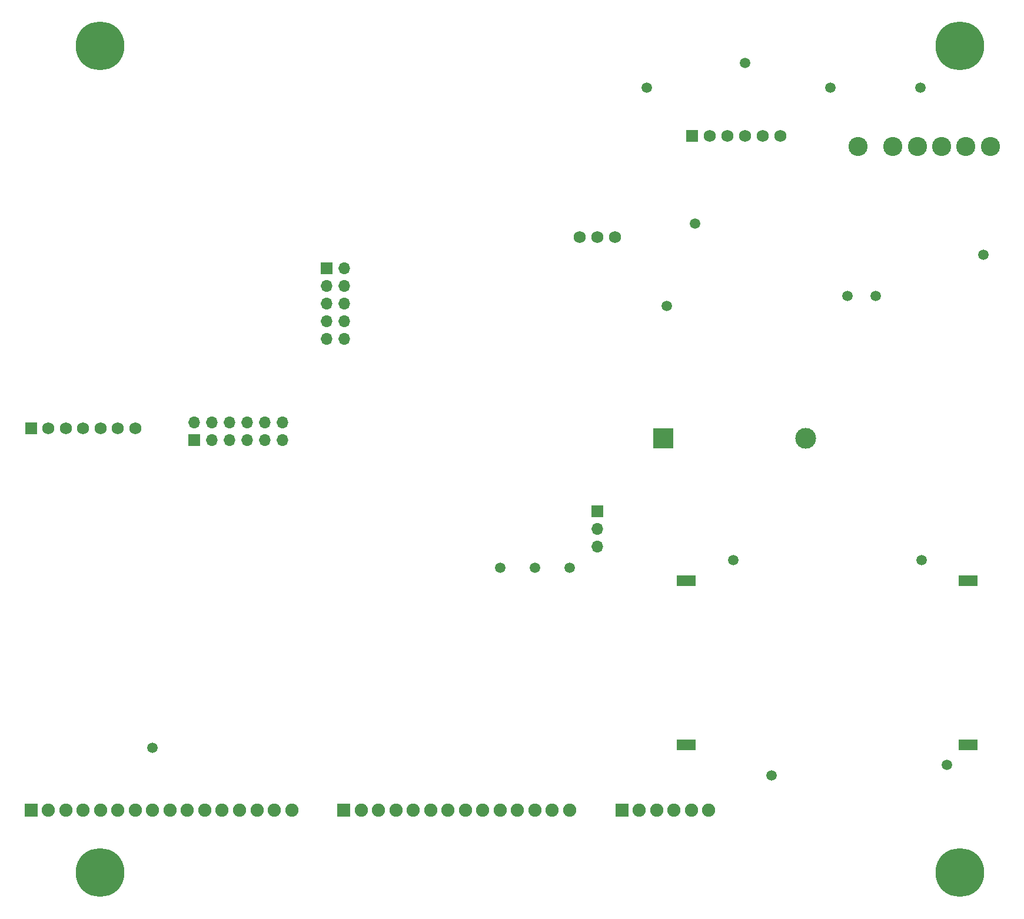
<source format=gbs>
%TF.GenerationSoftware,KiCad,Pcbnew,(5.1.7)-1*%
%TF.CreationDate,2022-01-04T17:07:26+01:00*%
%TF.ProjectId,synthesizer-board,73796e74-6865-4736-997a-65722d626f61,rev?*%
%TF.SameCoordinates,Original*%
%TF.FileFunction,Soldermask,Bot*%
%TF.FilePolarity,Negative*%
%FSLAX46Y46*%
G04 Gerber Fmt 4.6, Leading zero omitted, Abs format (unit mm)*
G04 Created by KiCad (PCBNEW (5.1.7)-1) date 2022-01-04 17:07:26*
%MOMM*%
%LPD*%
G01*
G04 APERTURE LIST*
%ADD10R,1.700000X1.700000*%
%ADD11O,1.700000X1.700000*%
%ADD12C,1.500000*%
%ADD13R,2.800000X1.500000*%
%ADD14R,1.750000X1.750000*%
%ADD15C,1.750000*%
%ADD16C,3.000000*%
%ADD17R,3.000000X3.000000*%
%ADD18C,1.900000*%
%ADD19R,1.900000X1.900000*%
%ADD20C,2.750000*%
%ADD21C,7.000000*%
G04 APERTURE END LIST*
D10*
X102500000Y-94750000D03*
D11*
X102500000Y-92210000D03*
X105040000Y-94750000D03*
X105040000Y-92210000D03*
X107580000Y-94750000D03*
X107580000Y-92210000D03*
X110120000Y-94750000D03*
X110120000Y-92210000D03*
X112660000Y-94750000D03*
X112660000Y-92210000D03*
X115200000Y-94750000D03*
X115200000Y-92210000D03*
D12*
X156500000Y-113125000D03*
X151500000Y-113125000D03*
X146500000Y-113125000D03*
X174500000Y-63550000D03*
X196500000Y-74000000D03*
X200500000Y-74000000D03*
X216000000Y-68100000D03*
X170500000Y-75450000D03*
X96500000Y-139000000D03*
X207000000Y-44000000D03*
X181770000Y-40500000D03*
X194000000Y-44050000D03*
X167610000Y-44050000D03*
X210750000Y-141500000D03*
X185500000Y-143000000D03*
X207100000Y-112000000D03*
X180000000Y-112000000D03*
D13*
X213850000Y-138600000D03*
X173250000Y-138600000D03*
X213850000Y-115000000D03*
X173250000Y-115000000D03*
D14*
X79000000Y-93000000D03*
D15*
X81500000Y-93000000D03*
X84000000Y-93000000D03*
X86500000Y-93000000D03*
X89000000Y-93000000D03*
X91500000Y-93000000D03*
X94000000Y-93000000D03*
D16*
X190490000Y-94500000D03*
D17*
X170000000Y-94500000D03*
D18*
X176500000Y-148000000D03*
X174000000Y-148000000D03*
X171500000Y-148000000D03*
X169000000Y-148000000D03*
X166500000Y-148000000D03*
D19*
X164000000Y-148000000D03*
D18*
X156500000Y-148000000D03*
X154000000Y-148000000D03*
X151500000Y-148000000D03*
X149000000Y-148000000D03*
X146500000Y-148000000D03*
X144000000Y-148000000D03*
X141500000Y-148000000D03*
X139000000Y-148000000D03*
X136500000Y-148000000D03*
X134000000Y-148000000D03*
X131500000Y-148000000D03*
X129000000Y-148000000D03*
X126500000Y-148000000D03*
D19*
X124000000Y-148000000D03*
D18*
X116500000Y-148000000D03*
X114000000Y-148000000D03*
X111500000Y-148000000D03*
X109000000Y-148000000D03*
X106500000Y-148000000D03*
X104000000Y-148000000D03*
X101500000Y-148000000D03*
X99000000Y-148000000D03*
X96500000Y-148000000D03*
X94000000Y-148000000D03*
X91500000Y-148000000D03*
X89000000Y-148000000D03*
X86500000Y-148000000D03*
X84000000Y-148000000D03*
X81500000Y-148000000D03*
D19*
X79000000Y-148000000D03*
D15*
X157960000Y-65500000D03*
X160500000Y-65500000D03*
X163040000Y-65500000D03*
D10*
X160500000Y-104960000D03*
D11*
X160500000Y-107500000D03*
X160500000Y-110040000D03*
D10*
X121500000Y-70000000D03*
D11*
X124040000Y-70000000D03*
X121500000Y-72540000D03*
X124040000Y-72540000D03*
X121500000Y-75080000D03*
X124040000Y-75080000D03*
X121500000Y-77620000D03*
X124040000Y-77620000D03*
X121500000Y-80160000D03*
X124040000Y-80160000D03*
D20*
X217000000Y-52500000D03*
X213500000Y-52500000D03*
X210000000Y-52500000D03*
X206500000Y-52500000D03*
X203000000Y-52500000D03*
X198000000Y-52500000D03*
D21*
X212600000Y-38000000D03*
X212600000Y-157000000D03*
X88900000Y-157000000D03*
X88900000Y-38000000D03*
D14*
X174150000Y-51000000D03*
D15*
X176690000Y-51000000D03*
X179230000Y-51000000D03*
X181770000Y-51000000D03*
X184310000Y-51000000D03*
X186850000Y-51000000D03*
M02*

</source>
